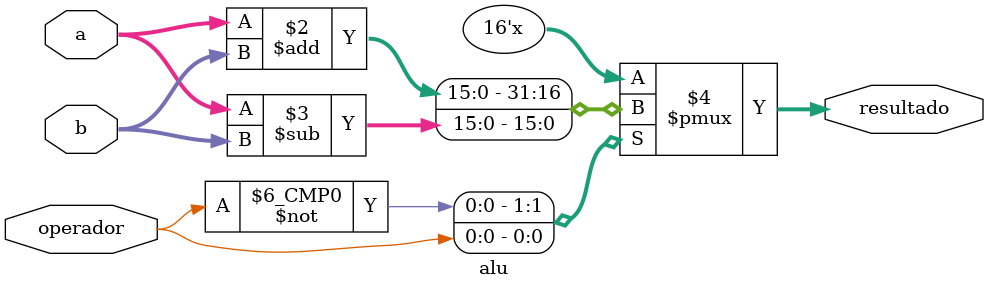
<source format=v>
`timescale 1ns / 1ps









module alu #(parameter N_BITS = 16)
				(
					output reg signed [N_BITS-1:0] resultado ,
					input signed [N_BITS-1:0] a,
					input signed [N_BITS-1:0] b,
					input operador
				);
				always@(*)
				begin
					case(operador)
						0: resultado = a+b;
						1: resultado = a-b;
					endcase
				end
endmodule
</source>
